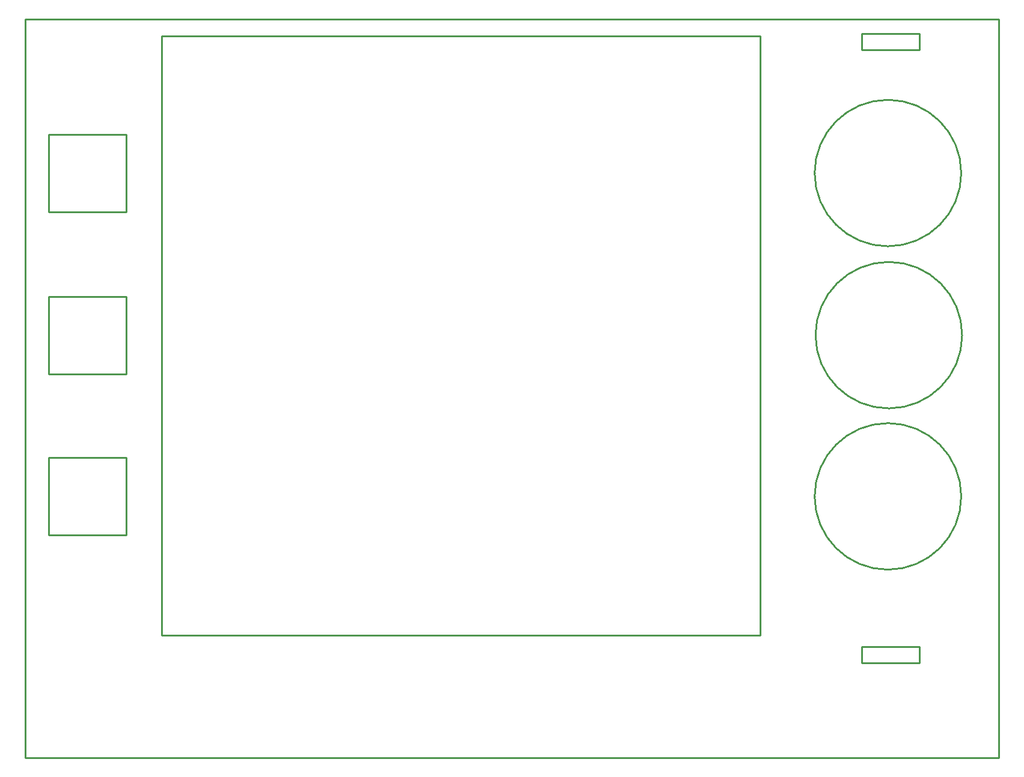
<source format=gko>
G04 Layer: BoardOutlineLayer*
G04 EasyEDA v6.5.29, 2023-07-16 15:11:24*
G04 a3ca0482f5684a12bc140179fe400ff7,5a6b42c53f6a479593ecc07194224c93,10*
G04 Gerber Generator version 0.2*
G04 Scale: 100 percent, Rotated: No, Reflected: No *
G04 Dimensions in millimeters *
G04 leading zeros omitted , absolute positions ,4 integer and 5 decimal *
%FSLAX45Y45*%
%MOMM*%

%ADD10C,0.2540*%
D10*
X254000Y11430000D02*
G01*
X13970000Y11430000D01*
X13970000Y1016000D01*
X254000Y1016000D01*
X254000Y11430000D01*
G75*
G01*
X11375202Y9258300D02*
G02*
X13440598Y9258300I1032698J0D01*
G75*
G01*
X13440598Y9258300D02*
G02*
X11375202Y9258300I-1032698J0D01*
X11375202Y9258300D02*
G01*
X11375202Y9258300D01*
G75*
G01*
X11387902Y6972300D02*
G02*
X13453298Y6972300I1032698J0D01*
G75*
G01*
X13453298Y6972300D02*
G02*
X11387902Y6972300I-1032698J0D01*
X11387902Y6972300D02*
G01*
X11387902Y6972300D01*
G75*
G01*
X11375202Y4699000D02*
G02*
X13440598Y4699000I1032698J0D01*
G75*
G01*
X13440598Y4699000D02*
G02*
X11375202Y4699000I-1032698J0D01*
X11375202Y4699000D02*
G01*
X11375202Y4699000D01*
X12039600Y2578100D02*
G01*
X12039600Y2349500D01*
X12039600Y2349500D02*
G01*
X12852400Y2349500D01*
X12852400Y2349500D02*
G01*
X12852400Y2578100D01*
X12852400Y2578100D02*
G01*
X12039600Y2578100D01*
X12039600Y11226800D02*
G01*
X12039600Y10998200D01*
X12039600Y10998200D02*
G01*
X12852400Y10998200D01*
X12852400Y10998200D02*
G01*
X12852400Y11226800D01*
X12852400Y11226800D02*
G01*
X12039600Y11226800D01*
X584200Y5245100D02*
G01*
X584200Y4152900D01*
X584200Y4152900D02*
G01*
X1676400Y4152900D01*
X1676400Y4152900D02*
G01*
X1676400Y5245100D01*
X1676400Y5245100D02*
G01*
X584200Y5245100D01*
X584200Y7518400D02*
G01*
X584200Y6426200D01*
X584200Y6426200D02*
G01*
X1676400Y6426200D01*
X1676400Y6426200D02*
G01*
X1676400Y7518400D01*
X1676400Y7518400D02*
G01*
X584200Y7518400D01*
X584200Y9804400D02*
G01*
X584200Y8712200D01*
X584200Y8712200D02*
G01*
X1676400Y8712200D01*
X1676400Y8712200D02*
G01*
X1676400Y9804400D01*
X1676400Y9804400D02*
G01*
X584200Y9804400D01*
X2171700Y11188700D02*
G01*
X2171700Y2743200D01*
X2171700Y2743200D02*
G01*
X10604500Y2743200D01*
X10604500Y2743200D02*
G01*
X10604500Y11188700D01*
X10604500Y11188700D02*
G01*
X2171700Y11188700D01*

%LPD*%
M02*

</source>
